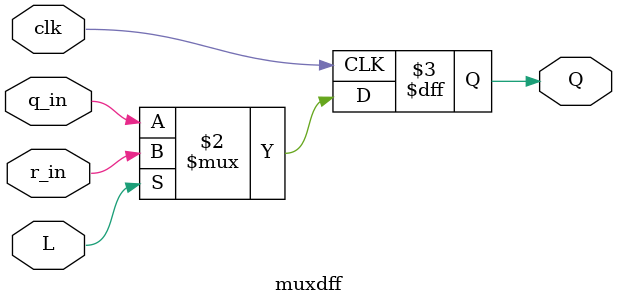
<source format=v>
module top_module (
           input [2:0] SW,      // R
           input [1:0] KEY,     // L and clk
           output [2:0] LEDR);  // Q


muxdff submodule[2:0](
           KEY[0],
           KEY[1],
           SW[2:0],
           {LEDR[1] ^ LEDR[2] , LEDR[0] , LEDR[2]},
           LEDR[2:0]
       );
endmodule


    module muxdff (
        input clk,
        input L,
        input r_in,
        input q_in,
        output reg Q);

always @(posedge clk) begin
    Q <= L ? r_in : q_in;

end

endmodule

</source>
